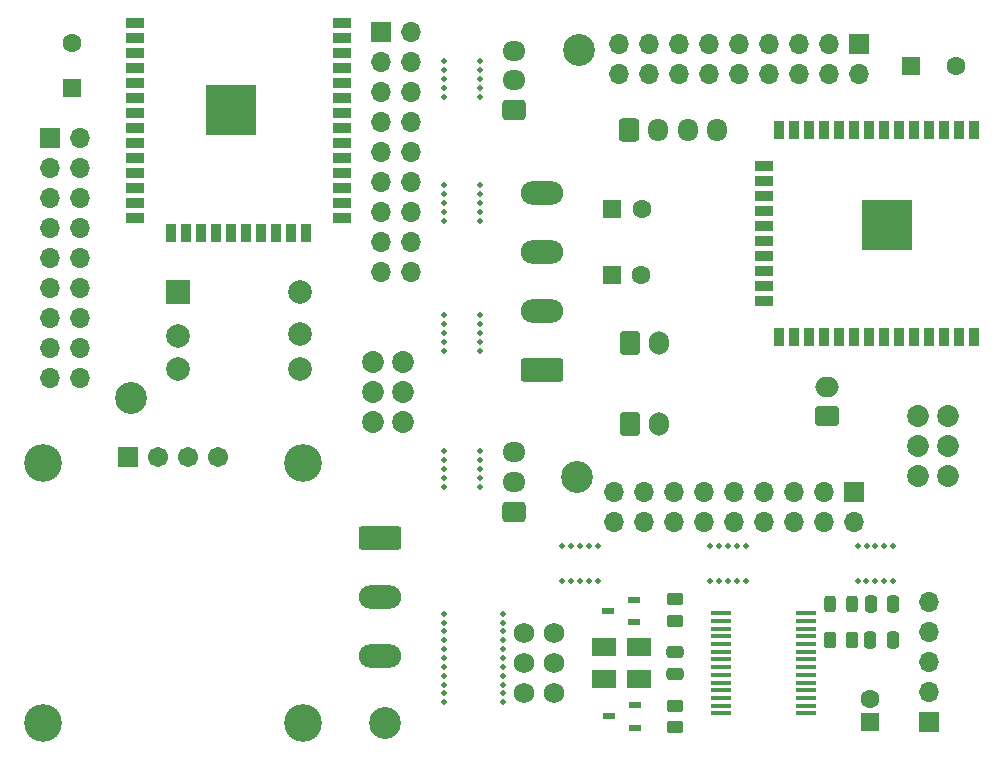
<source format=gbr>
G04 #@! TF.GenerationSoftware,KiCad,Pcbnew,6.0.11+dfsg-1*
G04 #@! TF.CreationDate,2024-10-29T09:23:30+01:00*
G04 #@! TF.ProjectId,kaarten_shieter,6b616172-7465-46e5-9f73-686965746572,rev?*
G04 #@! TF.SameCoordinates,Original*
G04 #@! TF.FileFunction,Soldermask,Top*
G04 #@! TF.FilePolarity,Negative*
%FSLAX46Y46*%
G04 Gerber Fmt 4.6, Leading zero omitted, Abs format (unit mm)*
G04 Created by KiCad (PCBNEW 6.0.11+dfsg-1) date 2024-10-29 09:23:30*
%MOMM*%
%LPD*%
G01*
G04 APERTURE LIST*
G04 Aperture macros list*
%AMRoundRect*
0 Rectangle with rounded corners*
0 $1 Rounding radius*
0 $2 $3 $4 $5 $6 $7 $8 $9 X,Y pos of 4 corners*
0 Add a 4 corners polygon primitive as box body*
4,1,4,$2,$3,$4,$5,$6,$7,$8,$9,$2,$3,0*
0 Add four circle primitives for the rounded corners*
1,1,$1+$1,$2,$3*
1,1,$1+$1,$4,$5*
1,1,$1+$1,$6,$7*
1,1,$1+$1,$8,$9*
0 Add four rect primitives between the rounded corners*
20,1,$1+$1,$2,$3,$4,$5,0*
20,1,$1+$1,$4,$5,$6,$7,0*
20,1,$1+$1,$6,$7,$8,$9,0*
20,1,$1+$1,$8,$9,$2,$3,0*%
%AMFreePoly0*
4,1,6,1.000000,0.000000,0.500000,-0.750000,-0.500000,-0.750000,-0.500000,0.750000,0.500000,0.750000,1.000000,0.000000,1.000000,0.000000,$1*%
G04 Aperture macros list end*
%ADD10R,2.000000X2.000000*%
%ADD11C,2.000000*%
%ADD12R,1.700000X1.700000*%
%ADD13O,1.700000X1.700000*%
%ADD14RoundRect,0.250000X-0.250000X-0.475000X0.250000X-0.475000X0.250000X0.475000X-0.250000X0.475000X0*%
%ADD15C,0.500000*%
%ADD16C,2.704000*%
%ADD17RoundRect,0.250000X0.725000X-0.600000X0.725000X0.600000X-0.725000X0.600000X-0.725000X-0.600000X0*%
%ADD18O,1.950000X1.700000*%
%ADD19R,1.600000X1.600000*%
%ADD20C,1.600000*%
%ADD21RoundRect,0.250000X0.475000X-0.250000X0.475000X0.250000X-0.475000X0.250000X-0.475000X-0.250000X0*%
%ADD22RoundRect,0.250000X0.262500X0.450000X-0.262500X0.450000X-0.262500X-0.450000X0.262500X-0.450000X0*%
%ADD23RoundRect,0.250000X0.450000X-0.262500X0.450000X0.262500X-0.450000X0.262500X-0.450000X-0.262500X0*%
%ADD24R,1.750000X0.450000*%
%ADD25RoundRect,0.250000X0.750000X-0.600000X0.750000X0.600000X-0.750000X0.600000X-0.750000X-0.600000X0*%
%ADD26O,2.000000X1.700000*%
%ADD27RoundRect,0.243750X0.243750X0.456250X-0.243750X0.456250X-0.243750X-0.456250X0.243750X-0.456250X0*%
%ADD28R,1.050000X0.600000*%
%ADD29C,1.854000*%
%ADD30C,1.734000*%
%ADD31RoundRect,0.250000X-0.600000X-0.750000X0.600000X-0.750000X0.600000X0.750000X-0.600000X0.750000X0*%
%ADD32O,1.700000X2.000000*%
%ADD33R,1.500000X1.500000*%
%ADD34FreePoly0,180.000000*%
%ADD35FreePoly0,0.000000*%
%ADD36RoundRect,0.102000X-0.754000X-0.754000X0.754000X-0.754000X0.754000X0.754000X-0.754000X0.754000X0*%
%ADD37C,1.712000*%
%ADD38C,3.204000*%
%ADD39R,1.500000X0.900000*%
%ADD40R,0.900000X1.500000*%
%ADD41C,0.475000*%
%ADD42R,4.200000X4.200000*%
%ADD43RoundRect,0.250000X-1.550000X0.750000X-1.550000X-0.750000X1.550000X-0.750000X1.550000X0.750000X0*%
%ADD44O,3.600000X2.000000*%
%ADD45RoundRect,0.250000X-0.600000X-0.725000X0.600000X-0.725000X0.600000X0.725000X-0.600000X0.725000X0*%
%ADD46O,1.700000X1.950000*%
%ADD47RoundRect,0.250000X1.550000X-0.750000X1.550000X0.750000X-1.550000X0.750000X-1.550000X-0.750000X0*%
G04 APERTURE END LIST*
D10*
X113942500Y-100500000D03*
D11*
X113942500Y-104200000D03*
X113942500Y-107000000D03*
X124242500Y-107000000D03*
X124242500Y-104100000D03*
X124242500Y-100500000D03*
D12*
X177500000Y-136950000D03*
D13*
X177500000Y-134410000D03*
X177500000Y-131870000D03*
X177500000Y-129330000D03*
X177500000Y-126790000D03*
D14*
X172550000Y-129950000D03*
X174450000Y-129950000D03*
D15*
X136500000Y-92238000D03*
X139500000Y-94524000D03*
X136500000Y-93000000D03*
X139500000Y-93000000D03*
X139500000Y-91488000D03*
X136500000Y-93750000D03*
X136500000Y-91488000D03*
X139500000Y-93750000D03*
X139500000Y-92250000D03*
X136500000Y-94524000D03*
D16*
X147900000Y-80000000D03*
D17*
X142400000Y-85100000D03*
D18*
X142400000Y-82600000D03*
X142400000Y-80100000D03*
D19*
X150674440Y-99100000D03*
D20*
X153174440Y-99100000D03*
D21*
X156000000Y-132850000D03*
X156000000Y-130950000D03*
D22*
X171000000Y-129950000D03*
X169175000Y-129950000D03*
D23*
X156000000Y-128362500D03*
X156000000Y-126537500D03*
D24*
X159900000Y-127725000D03*
X159900000Y-128375000D03*
X159900000Y-129025000D03*
X159900000Y-129675000D03*
X159900000Y-130325000D03*
X159900000Y-130975000D03*
X159900000Y-131625000D03*
X159900000Y-132275000D03*
X159900000Y-132925000D03*
X159900000Y-133575000D03*
X159900000Y-134225000D03*
X159900000Y-134875000D03*
X159900000Y-135525000D03*
X159900000Y-136175000D03*
X167100000Y-136175000D03*
X167100000Y-135525000D03*
X167100000Y-134875000D03*
X167100000Y-134225000D03*
X167100000Y-133575000D03*
X167100000Y-132925000D03*
X167100000Y-132275000D03*
X167100000Y-131625000D03*
X167100000Y-130975000D03*
X167100000Y-130325000D03*
X167100000Y-129675000D03*
X167100000Y-129025000D03*
X167100000Y-128375000D03*
X167100000Y-127725000D03*
D25*
X168905000Y-111050000D03*
D26*
X168905000Y-108550000D03*
D27*
X171025000Y-126950000D03*
X169150000Y-126950000D03*
D15*
X141500000Y-128500000D03*
X136500000Y-133750000D03*
X141500000Y-127750000D03*
X141500000Y-131500000D03*
X136500000Y-128500000D03*
X136500000Y-133000000D03*
X141500000Y-135250000D03*
X136500000Y-131500000D03*
X141500000Y-130750000D03*
X136500000Y-130000000D03*
X136500000Y-129250000D03*
X136500000Y-128500000D03*
X136500000Y-132250000D03*
X141500000Y-129250000D03*
X136500000Y-127750000D03*
X141500000Y-133750000D03*
X141500000Y-128500000D03*
X141500000Y-132250000D03*
X141500000Y-130000000D03*
X141500000Y-134500000D03*
X136500000Y-134500000D03*
X141500000Y-133000000D03*
X136500000Y-135250000D03*
X136500000Y-130750000D03*
X139500000Y-113988000D03*
X136500000Y-116250000D03*
X136500000Y-117024000D03*
X139500000Y-117024000D03*
X136500000Y-113988000D03*
X139500000Y-114750000D03*
X139500000Y-116250000D03*
X136500000Y-114738000D03*
X136500000Y-115500000D03*
X139500000Y-115500000D03*
D28*
X152600000Y-137400000D03*
X152600000Y-135500000D03*
X150400000Y-136450000D03*
D29*
X179170000Y-116075000D03*
X176630000Y-116075000D03*
X179170000Y-113535000D03*
X176630000Y-113535000D03*
X179170000Y-110995000D03*
X176630000Y-110995000D03*
D15*
X158988000Y-125000000D03*
X159750000Y-122000000D03*
X161250000Y-125000000D03*
X162024000Y-122000000D03*
X162024000Y-125000000D03*
X160500000Y-122000000D03*
X158988000Y-122000000D03*
X159738000Y-125000000D03*
X161250000Y-122000000D03*
X160500000Y-125000000D03*
D14*
X172600000Y-126950000D03*
X174500000Y-126950000D03*
D15*
X148762000Y-122000000D03*
X146476000Y-122000000D03*
X148000000Y-125000000D03*
X147250000Y-125000000D03*
X146476000Y-125000000D03*
X147250000Y-122000000D03*
X148000000Y-122000000D03*
X149512000Y-122000000D03*
X149512000Y-125000000D03*
X148750000Y-125000000D03*
X173000000Y-122000000D03*
X171488000Y-122000000D03*
X173750000Y-122000000D03*
X174524000Y-122000000D03*
X172250000Y-122000000D03*
X173750000Y-125000000D03*
X172238000Y-125000000D03*
X174524000Y-125000000D03*
X171488000Y-125000000D03*
X173000000Y-125000000D03*
D19*
X176004169Y-81335000D03*
D20*
X179804169Y-81335000D03*
D16*
X131500000Y-137000000D03*
D15*
X139500000Y-105524000D03*
X136500000Y-103238000D03*
X136500000Y-104750000D03*
X136500000Y-104000000D03*
X139500000Y-103250000D03*
X139500000Y-104750000D03*
X139500000Y-102488000D03*
X139500000Y-104000000D03*
X136500000Y-105524000D03*
X136500000Y-102488000D03*
D19*
X172500000Y-136950000D03*
D20*
X172500000Y-134950000D03*
D12*
X171580000Y-79525000D03*
D13*
X171580000Y-82065000D03*
X169040000Y-79525000D03*
X169040000Y-82065000D03*
X166500000Y-79525000D03*
X166500000Y-82065000D03*
X163960000Y-79525000D03*
X163960000Y-82065000D03*
X161420000Y-79525000D03*
X161420000Y-82065000D03*
X158880000Y-79525000D03*
X158880000Y-82065000D03*
X156340000Y-79525000D03*
X156340000Y-82065000D03*
X153800000Y-79525000D03*
X153800000Y-82065000D03*
X151260000Y-79525000D03*
X151260000Y-82065000D03*
D19*
X105000000Y-83202651D03*
D20*
X105000000Y-79402651D03*
D30*
X145770000Y-134490000D03*
X143230000Y-134490000D03*
X145770000Y-131950000D03*
X143230000Y-131950000D03*
X145770000Y-129410000D03*
X143230000Y-129410000D03*
D31*
X152200000Y-104825000D03*
D32*
X154700000Y-104825000D03*
D16*
X110000000Y-109500000D03*
D12*
X131160000Y-78500000D03*
D13*
X133700000Y-78500000D03*
X131160000Y-81040000D03*
X133700000Y-81040000D03*
X131160000Y-83580000D03*
X133700000Y-83580000D03*
X131160000Y-86120000D03*
X133700000Y-86120000D03*
X131160000Y-88660000D03*
X133700000Y-88660000D03*
X131160000Y-91200000D03*
X133700000Y-91200000D03*
X131160000Y-93740000D03*
X133700000Y-93740000D03*
X131160000Y-96280000D03*
X133700000Y-96280000D03*
X131160000Y-98820000D03*
X133700000Y-98820000D03*
D28*
X152590000Y-128450000D03*
X152590000Y-126550000D03*
X150390000Y-127500000D03*
D16*
X147700000Y-116200000D03*
D33*
X150300000Y-130600000D03*
X152700000Y-130600000D03*
D34*
X153500000Y-130600000D03*
D35*
X149500000Y-130600000D03*
D12*
X171140000Y-117475000D03*
D13*
X171140000Y-120015000D03*
X168600000Y-117475000D03*
X168600000Y-120015000D03*
X166060000Y-117475000D03*
X166060000Y-120015000D03*
X163520000Y-117475000D03*
X163520000Y-120015000D03*
X160980000Y-117475000D03*
X160980000Y-120015000D03*
X158440000Y-117475000D03*
X158440000Y-120015000D03*
X155900000Y-117475000D03*
X155900000Y-120015000D03*
X153360000Y-117475000D03*
X153360000Y-120015000D03*
X150820000Y-117475000D03*
X150820000Y-120015000D03*
D23*
X156000000Y-137362500D03*
X156000000Y-135537500D03*
D36*
X109690000Y-114500000D03*
D37*
X112230000Y-114500000D03*
X114770000Y-114500000D03*
X117310000Y-114500000D03*
D38*
X102500000Y-115000000D03*
X124500000Y-115000000D03*
X124500000Y-137000000D03*
X102500000Y-137000000D03*
D39*
X110340000Y-77750000D03*
X110340000Y-79020000D03*
X110340000Y-80290000D03*
X110340000Y-81560000D03*
X110340000Y-82830000D03*
X110340000Y-84100000D03*
X110340000Y-85370000D03*
X110340000Y-86640000D03*
X110340000Y-87910000D03*
X110340000Y-89180000D03*
X110340000Y-90450000D03*
X110340000Y-91720000D03*
X110340000Y-92990000D03*
X110340000Y-94260000D03*
D40*
X113380000Y-95510000D03*
X114650000Y-95510000D03*
X115920000Y-95510000D03*
X117190000Y-95510000D03*
X118460000Y-95510000D03*
X119730000Y-95510000D03*
X121000000Y-95510000D03*
X122270000Y-95510000D03*
X123540000Y-95510000D03*
X124810000Y-95510000D03*
D39*
X127840000Y-94260000D03*
X127840000Y-92990000D03*
X127840000Y-91720000D03*
X127840000Y-90450000D03*
X127840000Y-89180000D03*
X127840000Y-87910000D03*
X127840000Y-86640000D03*
X127840000Y-85370000D03*
X127840000Y-84100000D03*
X127840000Y-82830000D03*
X127840000Y-81560000D03*
X127840000Y-80290000D03*
X127840000Y-79020000D03*
X127840000Y-77750000D03*
D41*
X119172500Y-83565000D03*
X119172500Y-86615000D03*
X119172500Y-85090000D03*
X117647500Y-85090000D03*
X118410000Y-85852500D03*
X118410000Y-84327500D03*
X117647500Y-86615000D03*
X116885000Y-84327500D03*
X117647500Y-83565000D03*
X119935000Y-85852500D03*
X116885000Y-85852500D03*
D42*
X118410000Y-85090000D03*
D41*
X119935000Y-84327500D03*
D43*
X131077500Y-121300000D03*
D44*
X131077500Y-126300000D03*
X131077500Y-131300000D03*
D29*
X132970000Y-111540000D03*
X130430000Y-111540000D03*
X132970000Y-109000000D03*
X130430000Y-109000000D03*
X132970000Y-106460000D03*
X130430000Y-106460000D03*
D40*
X181350000Y-86785000D03*
X180080000Y-86785000D03*
X178810000Y-86785000D03*
X177540000Y-86785000D03*
X176270000Y-86785000D03*
X175000000Y-86785000D03*
X173730000Y-86785000D03*
X172460000Y-86785000D03*
X171190000Y-86785000D03*
X169920000Y-86785000D03*
X168650000Y-86785000D03*
X167380000Y-86785000D03*
X166110000Y-86785000D03*
X164840000Y-86785000D03*
D39*
X163590000Y-89825000D03*
X163590000Y-91095000D03*
X163590000Y-92365000D03*
X163590000Y-93635000D03*
X163590000Y-94905000D03*
X163590000Y-96175000D03*
X163590000Y-97445000D03*
X163590000Y-98715000D03*
X163590000Y-99985000D03*
X163590000Y-101255000D03*
D40*
X164840000Y-104285000D03*
X166110000Y-104285000D03*
X167380000Y-104285000D03*
X168650000Y-104285000D03*
X169920000Y-104285000D03*
X171190000Y-104285000D03*
X172460000Y-104285000D03*
X173730000Y-104285000D03*
X175000000Y-104285000D03*
X176270000Y-104285000D03*
X177540000Y-104285000D03*
X178810000Y-104285000D03*
X180080000Y-104285000D03*
X181350000Y-104285000D03*
D41*
X175535000Y-94092500D03*
X172485000Y-95617500D03*
X173247500Y-93330000D03*
X173247500Y-94855000D03*
X174010000Y-94092500D03*
X174010000Y-95617500D03*
X174772500Y-96380000D03*
D42*
X174010000Y-94855000D03*
D41*
X175535000Y-95617500D03*
X173247500Y-96380000D03*
X174772500Y-94855000D03*
X174772500Y-93330000D03*
X172485000Y-94092500D03*
D31*
X152200000Y-111675000D03*
D32*
X154700000Y-111675000D03*
D45*
X152100000Y-86775000D03*
D46*
X154600000Y-86775000D03*
X157100000Y-86775000D03*
X159600000Y-86775000D03*
D12*
X103140000Y-87497953D03*
D13*
X105680000Y-87497953D03*
X103140000Y-90037953D03*
X105680000Y-90037953D03*
X103140000Y-92577953D03*
X105680000Y-92577953D03*
X103140000Y-95117953D03*
X105680000Y-95117953D03*
X103140000Y-97657953D03*
X105680000Y-97657953D03*
X103140000Y-100197953D03*
X105680000Y-100197953D03*
X103140000Y-102737953D03*
X105680000Y-102737953D03*
X103140000Y-105277953D03*
X105680000Y-105277953D03*
X103140000Y-107817953D03*
X105680000Y-107817953D03*
D17*
X142375000Y-119100000D03*
D18*
X142375000Y-116600000D03*
X142375000Y-114100000D03*
D33*
X152700000Y-133300000D03*
X150300000Y-133300000D03*
D34*
X153500000Y-133300000D03*
D35*
X149500000Y-133300000D03*
D19*
X150694888Y-93500000D03*
D20*
X153194888Y-93500000D03*
D47*
X144800000Y-107100000D03*
D44*
X144800000Y-102100000D03*
X144800000Y-97100000D03*
X144800000Y-92100000D03*
D15*
X136500000Y-81738000D03*
X139500000Y-81750000D03*
X139500000Y-80988000D03*
X136500000Y-82500000D03*
X139500000Y-84024000D03*
X139500000Y-82500000D03*
X136500000Y-84024000D03*
X136500000Y-80988000D03*
X136500000Y-83250000D03*
X139500000Y-83250000D03*
M02*

</source>
